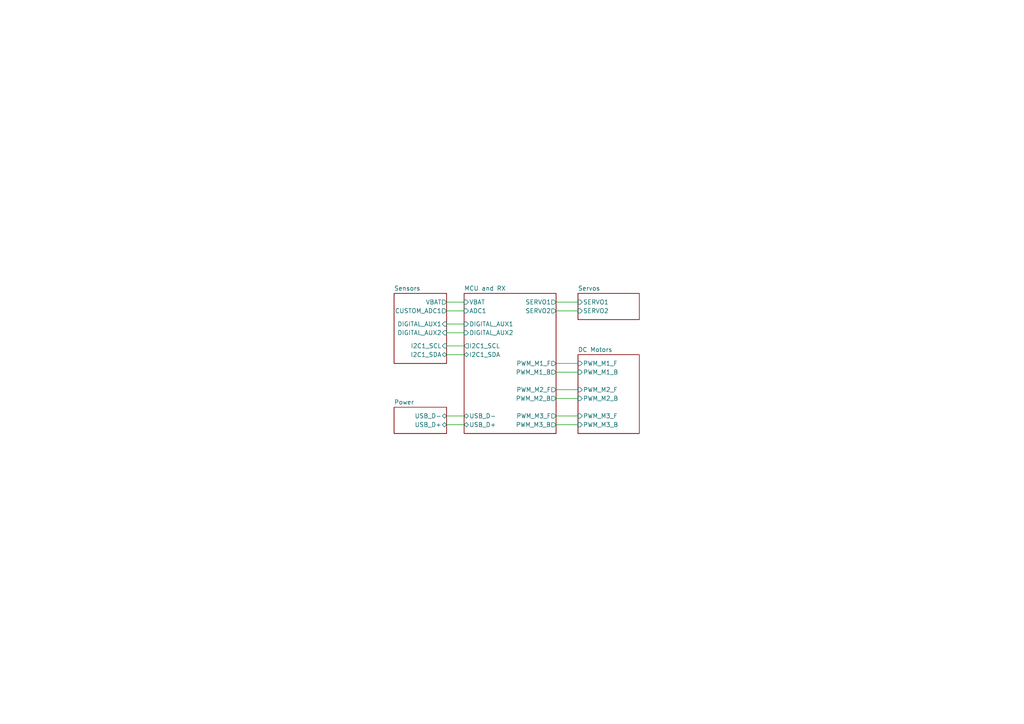
<source format=kicad_sch>
(kicad_sch
	(version 20250114)
	(generator "eeschema")
	(generator_version "9.0")
	(uuid "53484dc5-354c-4967-b00e-d73de62a4245")
	(paper "A4")
	(title_block
		(title "Ant Robot control board")
		(date "2025-09-18")
		(rev "2.0")
		(company "Filippo Castellan")
	)
	(lib_symbols)
	(wire
		(pts
			(xy 161.29 123.19) (xy 167.64 123.19)
		)
		(stroke
			(width 0)
			(type default)
		)
		(uuid "027a1d32-0c58-4aa4-ab92-b13be7f5bf67")
	)
	(wire
		(pts
			(xy 129.54 102.87) (xy 134.62 102.87)
		)
		(stroke
			(width 0)
			(type default)
		)
		(uuid "043cef83-7256-41f4-ac01-55d5944b28de")
	)
	(wire
		(pts
			(xy 161.29 113.03) (xy 167.64 113.03)
		)
		(stroke
			(width 0)
			(type default)
		)
		(uuid "337b2531-952c-43b3-bcdd-a36e8d6f30d4")
	)
	(wire
		(pts
			(xy 129.54 120.65) (xy 134.62 120.65)
		)
		(stroke
			(width 0)
			(type default)
		)
		(uuid "38e75cce-22ce-4b31-a233-f1906789f21f")
	)
	(wire
		(pts
			(xy 161.29 120.65) (xy 167.64 120.65)
		)
		(stroke
			(width 0)
			(type default)
		)
		(uuid "48921761-290c-47ca-9612-bbf42e04ff88")
	)
	(wire
		(pts
			(xy 129.54 123.19) (xy 134.62 123.19)
		)
		(stroke
			(width 0)
			(type default)
		)
		(uuid "4e40b4d8-82c4-4a9b-9e86-5f27806eb2a7")
	)
	(wire
		(pts
			(xy 161.29 115.57) (xy 167.64 115.57)
		)
		(stroke
			(width 0)
			(type default)
		)
		(uuid "53e3847e-2103-461f-96e5-0d652d82095b")
	)
	(wire
		(pts
			(xy 161.29 87.63) (xy 167.64 87.63)
		)
		(stroke
			(width 0)
			(type default)
		)
		(uuid "6cf54ad9-17ee-4150-a462-506f4122cafe")
	)
	(wire
		(pts
			(xy 161.29 107.95) (xy 167.64 107.95)
		)
		(stroke
			(width 0)
			(type default)
		)
		(uuid "7f3956e2-8415-4e64-a586-d41b87f32ee2")
	)
	(wire
		(pts
			(xy 129.54 93.98) (xy 134.62 93.98)
		)
		(stroke
			(width 0)
			(type default)
		)
		(uuid "7f3e0b7b-8014-4349-ac65-6820bfaba02d")
	)
	(wire
		(pts
			(xy 129.54 87.63) (xy 134.62 87.63)
		)
		(stroke
			(width 0)
			(type default)
		)
		(uuid "8b73f198-fcd8-4ca8-9c3d-d8fd72bd789c")
	)
	(wire
		(pts
			(xy 129.54 100.33) (xy 134.62 100.33)
		)
		(stroke
			(width 0)
			(type default)
		)
		(uuid "ba370f1b-b6c2-43f9-9ad0-cc45970d40c1")
	)
	(wire
		(pts
			(xy 129.54 96.52) (xy 134.62 96.52)
		)
		(stroke
			(width 0)
			(type default)
		)
		(uuid "d95b9813-98ee-425c-bedb-8e8c24654ee6")
	)
	(wire
		(pts
			(xy 129.54 90.17) (xy 134.62 90.17)
		)
		(stroke
			(width 0)
			(type default)
		)
		(uuid "da3051cb-6750-4919-9536-a28fff86c055")
	)
	(wire
		(pts
			(xy 161.29 105.41) (xy 167.64 105.41)
		)
		(stroke
			(width 0)
			(type default)
		)
		(uuid "dececf10-4793-4e5f-b35d-15cad39b0379")
	)
	(wire
		(pts
			(xy 161.29 90.17) (xy 167.64 90.17)
		)
		(stroke
			(width 0)
			(type default)
		)
		(uuid "fa8b555a-2b15-465b-a782-d6e490fd6a6f")
	)
	(sheet
		(at 167.64 85.09)
		(size 17.78 7.62)
		(exclude_from_sim no)
		(in_bom yes)
		(on_board yes)
		(dnp no)
		(fields_autoplaced yes)
		(stroke
			(width 0.1524)
			(type solid)
		)
		(fill
			(color 0 0 0 0.0000)
		)
		(uuid "11638847-2904-4dcc-b1cc-a24fa7661082")
		(property "Sheetname" "Servos"
			(at 167.64 84.3784 0)
			(effects
				(font
					(size 1.27 1.27)
				)
				(justify left bottom)
			)
		)
		(property "Sheetfile" "servos.kicad_sch"
			(at 167.64 93.2946 0)
			(effects
				(font
					(size 1.27 1.27)
				)
				(justify left top)
				(hide yes)
			)
		)
		(pin "SERVO2" input
			(at 167.64 90.17 180)
			(uuid "fb22cbdc-9d4e-42a7-bd7a-bb5eaaf790f1")
			(effects
				(font
					(size 1.27 1.27)
				)
				(justify left)
			)
		)
		(pin "SERVO1" input
			(at 167.64 87.63 180)
			(uuid "81f7a662-e456-4ee7-8e4c-119cf9feb3dc")
			(effects
				(font
					(size 1.27 1.27)
				)
				(justify left)
			)
		)
		(instances
			(project "ant control board v2"
				(path "/53484dc5-354c-4967-b00e-d73de62a4245"
					(page "4")
				)
			)
		)
	)
	(sheet
		(at 167.64 102.87)
		(size 17.78 22.86)
		(exclude_from_sim no)
		(in_bom yes)
		(on_board yes)
		(dnp no)
		(fields_autoplaced yes)
		(stroke
			(width 0.1524)
			(type solid)
		)
		(fill
			(color 0 0 0 0.0000)
		)
		(uuid "2083c233-894c-4f0a-95b8-f8c633812d77")
		(property "Sheetname" "DC Motors"
			(at 167.64 102.1584 0)
			(effects
				(font
					(size 1.27 1.27)
				)
				(justify left bottom)
			)
		)
		(property "Sheetfile" "dc_motors.kicad_sch"
			(at 167.64 126.3146 0)
			(effects
				(font
					(size 1.27 1.27)
				)
				(justify left top)
				(hide yes)
			)
		)
		(pin "PWM_M2_B" input
			(at 167.64 115.57 180)
			(uuid "cd5d1087-ab76-4fc7-97cb-c6d23d190ea5")
			(effects
				(font
					(size 1.27 1.27)
				)
				(justify left)
			)
		)
		(pin "PWM_M2_F" input
			(at 167.64 113.03 180)
			(uuid "05713b65-4518-4f79-84d2-24d3b24349ba")
			(effects
				(font
					(size 1.27 1.27)
				)
				(justify left)
			)
		)
		(pin "PWM_M1_F" input
			(at 167.64 105.41 180)
			(uuid "ed3e3cb5-7866-4c69-8513-db9d45d56ceb")
			(effects
				(font
					(size 1.27 1.27)
				)
				(justify left)
			)
		)
		(pin "PWM_M1_B" input
			(at 167.64 107.95 180)
			(uuid "d6ec6daf-36cf-4bbc-afa9-4448c43cba75")
			(effects
				(font
					(size 1.27 1.27)
				)
				(justify left)
			)
		)
		(pin "PWM_M3_F" input
			(at 167.64 120.65 180)
			(uuid "24a76cc3-f8ed-43a0-a24a-cadc0adff57b")
			(effects
				(font
					(size 1.27 1.27)
				)
				(justify left)
			)
		)
		(pin "PWM_M3_B" input
			(at 167.64 123.19 180)
			(uuid "687a338e-9f5d-4885-a490-b1130522cdd4")
			(effects
				(font
					(size 1.27 1.27)
				)
				(justify left)
			)
		)
		(instances
			(project "ant control board v2"
				(path "/53484dc5-354c-4967-b00e-d73de62a4245"
					(page "3")
				)
			)
		)
	)
	(sheet
		(at 114.3 85.09)
		(size 15.24 20.32)
		(exclude_from_sim no)
		(in_bom yes)
		(on_board yes)
		(dnp no)
		(fields_autoplaced yes)
		(stroke
			(width 0.1524)
			(type solid)
		)
		(fill
			(color 0 0 0 0.0000)
		)
		(uuid "49a5e203-968c-4031-9c53-bf1710310062")
		(property "Sheetname" "Sensors"
			(at 114.3 84.3784 0)
			(effects
				(font
					(size 1.27 1.27)
				)
				(justify left bottom)
			)
		)
		(property "Sheetfile" "sensors.kicad_sch"
			(at 114.3 105.9946 0)
			(effects
				(font
					(size 1.27 1.27)
				)
				(justify left top)
				(hide yes)
			)
		)
		(pin "CUSTOM_ADC1" output
			(at 129.54 90.17 0)
			(uuid "416dd683-5175-4de9-90be-ed2728bcb34d")
			(effects
				(font
					(size 1.27 1.27)
				)
				(justify right)
			)
		)
		(pin "VBAT" output
			(at 129.54 87.63 0)
			(uuid "1bf24539-987e-423c-bca5-7325a7c7cdc8")
			(effects
				(font
					(size 1.27 1.27)
				)
				(justify right)
			)
		)
		(pin "I2C1_SCL" input
			(at 129.54 100.33 0)
			(uuid "50905b4b-80ce-4d8b-b909-96f36e0f3a63")
			(effects
				(font
					(size 1.27 1.27)
				)
				(justify right)
			)
		)
		(pin "I2C1_SDA" bidirectional
			(at 129.54 102.87 0)
			(uuid "e97b672a-3ea9-402a-872a-27a2fd081832")
			(effects
				(font
					(size 1.27 1.27)
				)
				(justify right)
			)
		)
		(pin "DIGITAL_AUX1" input
			(at 129.54 93.98 0)
			(uuid "168c5be9-fa0a-450e-b048-a451db0a7759")
			(effects
				(font
					(size 1.27 1.27)
				)
				(justify right)
			)
		)
		(pin "DIGITAL_AUX2" input
			(at 129.54 96.52 0)
			(uuid "9b79aa3b-5c65-4005-941c-46315f668cff")
			(effects
				(font
					(size 1.27 1.27)
				)
				(justify right)
			)
		)
		(instances
			(project "ant control board v2"
				(path "/53484dc5-354c-4967-b00e-d73de62a4245"
					(page "5")
				)
			)
		)
	)
	(sheet
		(at 134.62 85.09)
		(size 26.67 40.64)
		(exclude_from_sim no)
		(in_bom yes)
		(on_board yes)
		(dnp no)
		(fields_autoplaced yes)
		(stroke
			(width 0.1524)
			(type solid)
		)
		(fill
			(color 0 0 0 0.0000)
		)
		(uuid "b731760f-0394-41dd-a03f-79471ee4c2ed")
		(property "Sheetname" "MCU and RX"
			(at 134.62 84.3784 0)
			(effects
				(font
					(size 1.27 1.27)
				)
				(justify left bottom)
			)
		)
		(property "Sheetfile" "MCU_RX.kicad_sch"
			(at 134.62 126.3146 0)
			(effects
				(font
					(size 1.27 1.27)
				)
				(justify left top)
				(hide yes)
			)
		)
		(pin "PWM_M2_F" output
			(at 161.29 113.03 0)
			(uuid "d9b44682-3c24-43e6-9b64-e41f382afd2a")
			(effects
				(font
					(size 1.27 1.27)
				)
				(justify right)
			)
		)
		(pin "PWM_M3_F" output
			(at 161.29 120.65 0)
			(uuid "4537bd64-549c-4fb4-a71a-540d98b9ece6")
			(effects
				(font
					(size 1.27 1.27)
				)
				(justify right)
			)
		)
		(pin "USB_D-" bidirectional
			(at 134.62 120.65 180)
			(uuid "f11e8969-5695-4ee9-a9a7-55fd8a8cc3db")
			(effects
				(font
					(size 1.27 1.27)
				)
				(justify left)
			)
		)
		(pin "USB_D+" bidirectional
			(at 134.62 123.19 180)
			(uuid "a1185a85-b5c7-428d-93cd-43a7fc66872b")
			(effects
				(font
					(size 1.27 1.27)
				)
				(justify left)
			)
		)
		(pin "VBAT" input
			(at 134.62 87.63 180)
			(uuid "922053e9-fea2-4252-9607-c3fffb2000d3")
			(effects
				(font
					(size 1.27 1.27)
				)
				(justify left)
			)
		)
		(pin "ADC1" input
			(at 134.62 90.17 180)
			(uuid "24eaf07d-737a-418e-835c-e3cfb50dfd61")
			(effects
				(font
					(size 1.27 1.27)
				)
				(justify left)
			)
		)
		(pin "PWM_M3_B" output
			(at 161.29 123.19 0)
			(uuid "c42cfd1d-0262-4786-aee4-6426c2be3ae7")
			(effects
				(font
					(size 1.27 1.27)
				)
				(justify right)
			)
		)
		(pin "I2C1_SCL" output
			(at 134.62 100.33 180)
			(uuid "faea3a47-c801-4d75-88f5-7b7385a93e52")
			(effects
				(font
					(size 1.27 1.27)
				)
				(justify left)
			)
		)
		(pin "SERVO2" output
			(at 161.29 90.17 0)
			(uuid "166ddc5e-5252-4830-babc-4251cbb4a2b1")
			(effects
				(font
					(size 1.27 1.27)
				)
				(justify right)
			)
		)
		(pin "PWM_M2_B" output
			(at 161.29 115.57 0)
			(uuid "bb1bd806-7e72-4450-beef-96fece55c09a")
			(effects
				(font
					(size 1.27 1.27)
				)
				(justify right)
			)
		)
		(pin "PWM_M1_B" output
			(at 161.29 107.95 0)
			(uuid "2a0e9b97-6a8e-4285-869a-6856413b621e")
			(effects
				(font
					(size 1.27 1.27)
				)
				(justify right)
			)
		)
		(pin "PWM_M1_F" output
			(at 161.29 105.41 0)
			(uuid "911dc384-a68d-4ed1-a029-e234a2edeecc")
			(effects
				(font
					(size 1.27 1.27)
				)
				(justify right)
			)
		)
		(pin "I2C1_SDA" bidirectional
			(at 134.62 102.87 180)
			(uuid "f8ac5061-99d9-4061-a6b1-59506abaa64b")
			(effects
				(font
					(size 1.27 1.27)
				)
				(justify left)
			)
		)
		(pin "DIGITAL_AUX1" input
			(at 134.62 93.98 180)
			(uuid "96e234f5-d1a4-4903-a5b7-e5431817220a")
			(effects
				(font
					(size 1.27 1.27)
				)
				(justify left)
			)
		)
		(pin "DIGITAL_AUX2" input
			(at 134.62 96.52 180)
			(uuid "930b0d45-6adb-4242-94af-42b4e7e2422c")
			(effects
				(font
					(size 1.27 1.27)
				)
				(justify left)
			)
		)
		(pin "SERVO1" output
			(at 161.29 87.63 0)
			(uuid "a0dbcf54-7caf-42fa-8f86-4b2fd09e1b57")
			(effects
				(font
					(size 1.27 1.27)
				)
				(justify right)
			)
		)
		(instances
			(project "ant control board v2"
				(path "/53484dc5-354c-4967-b00e-d73de62a4245"
					(page "6")
				)
			)
		)
	)
	(sheet
		(at 114.3 118.11)
		(size 15.24 7.62)
		(exclude_from_sim no)
		(in_bom yes)
		(on_board yes)
		(dnp no)
		(fields_autoplaced yes)
		(stroke
			(width 0.1524)
			(type solid)
		)
		(fill
			(color 0 0 0 0.0000)
		)
		(uuid "ea602fc0-9482-45e5-9e9c-8bc15c896ca2")
		(property "Sheetname" "Power"
			(at 114.3 117.3984 0)
			(effects
				(font
					(size 1.27 1.27)
				)
				(justify left bottom)
			)
		)
		(property "Sheetfile" "power.kicad_sch"
			(at 114.3 126.3146 0)
			(effects
				(font
					(size 1.27 1.27)
				)
				(justify left top)
				(hide yes)
			)
		)
		(pin "USB_D+" bidirectional
			(at 129.54 123.19 0)
			(uuid "5fb55f5b-35ce-4f6c-89fd-137419df2341")
			(effects
				(font
					(size 1.27 1.27)
				)
				(justify right)
			)
		)
		(pin "USB_D-" bidirectional
			(at 129.54 120.65 0)
			(uuid "4ed9cd45-44fb-43bb-8807-aa0cf5615025")
			(effects
				(font
					(size 1.27 1.27)
				)
				(justify right)
			)
		)
		(instances
			(project "ant control board v2"
				(path "/53484dc5-354c-4967-b00e-d73de62a4245"
					(page "2")
				)
			)
		)
	)
	(sheet_instances
		(path "/"
			(page "1")
		)
	)
	(embedded_fonts no)
	(embedded_files
		(file
			(name "floppy lab.kicad_wks")
			(type worksheet)
			(data |KLUv/WD/K1XdANoXFmYd0EgC+SjP/1yF/Hn+0wrg4FsFdrhU0BcP0I9IOF94Bk8GTAaCSkGsZ4Fu
				t1XIHZlrS0+4AjsRtMqmTqAtBWpqkoeYiI/zZaLxBINKCOuNQvZsT4ffSpLV62LQNkKCX873VM4q
				Xfo9oN2H2JzU9hhvtPH+tsDPN0jg24QYzlQoS8EP6ibc51hnzwkex7cV08WcGiHBdA8tHvzbZ1sM
				W3QJUVhc1cX6I2Yak55u5YTvMivXF/PGEg8trbrgzsbaOfpX7HDqXX6c2ZvAIPKSFFl/OnVceXMT
				IUhv3xlszyFaTFLq8waRjBrtnf9Qo2rcw4VoT3JZFeHi6EqyRQmCzDtF3DGJx1aXWklw9XQvhpMu
				8MrxdApD437dtjW0xxX4D+V0bUeQQP67RySmkjrQePnzFTQn+cco9Q2LaCigWekD9p3OrndFpbcH
				ahuCMPRdcym7p91VgvnpdRdX0sXvjE7K4ZcpFh2E0bdizMKp8FyVQ92QP0VDr2eAbVw6ohZfNJm8
				KfJKbj2J7zyhi+sRIdZW2HH+r/2ZvXWFPGGXJjNskco9B3+0vH78LePmntISLexfzPg05gjiSTPV
				XUIN31n5utJuZ6/BMQbK1Gq/4WhTWbEPEv1EfOph6cqo6j5/j12KkWJb/f4M6wKWHE+2SFxluFrQ
				1ptF4XFzQJqmUtNMUOCGHJq8cEaZiUi80tk3Jr9Idokjv4HWN5eT4iB6Lt3yxbFHIfEW5DeRdH/k
				VBD4URTim6vOI+AG/NlbaGgfyGd4jIjvlaJVr4B6CpXvjQmwQVqH2gg5G1E2TEqcZNHCPiIpDJpK
				3V3bnJ4+gmPGJy+ocKVTLN3ZrLGtoIFf0iL/hnrjtnYPMnbEoz+E65EuGJj8Rnd1rURfTqbQz4QG
				So2UrDLN3Zsj629CDoN/b7mCvFfdpo+mganbkccsx7yaZGY2PvWg+L7RO8OaK4rzxGTndjr5+QtP
				USES9okY0Ik1gpILuRjThccrNOGd8FS5/vZDjJtwO8N0GCXUYSUemSWyOymzcKHEDW7q80008WTi
				LUKEb/ceQHgCp4E/j7tE21JbwZn3Y5k1FRtyL7QY1+d2YIV/jkF+x2pyDUJrOgUbojLZgPOHLprq
				g0N7tzojp0fIejOUrGsWxge+7MNIDWk0Lrth+6nePMVi0SKDLtfQxOL06CafZrEm5sujp/xQLAR8
				a8ihxZaYK4+QvPcdnrihTEputb9hV0r2hT1ZjYMA0xoww+avGSwo04qZayN2pfblDHfUeO+kbKJI
				KECF4qS+TOftNYxmHPwGO6TEpolmZrCSHj+fDbXjg5S0dCUswpd/trRw+fXeknhEMjHts3H3rCoc
				5YMw71F4LCucpFvns3H7K6ubRNe3vkS+sbM9ezJU17+6wkM04IiRb6EdyPgydSJxoRDdm621sn+t
				39RA/ojmpC7YVdsVEY6jgJvqbKRhFQhEgWSw5OGr0gX49AYvDcPmHsicvDn0tvx0S3bE7YYCIuwv
				yKF2zhZTsJAwhBPl630d4hUcamqFP+XQEJPkqW0c6sBsaf90DMSgd5824xoF2jhA56bk9YSNXcSD
				sh8cJNdDownmwo1RLuY7hU4HepTqSPaeogJowXm0bAdoFfOTSgzDsLmUS4VgF3VgPwAxkCOZnX8H
				AKB/BAKnALm54xQUwW8BRXReNgqQ3i1VCGMFqoTHLDhoQS8T0KxkEXynOaE7wAEzN9MjMQoEiANq
				bKJ4gwDT1Kacu6ehGEnjz2Yt0w9hHGAQMA4yE2yY9vjnATU1sWX6BNs3GEwewxwIIJggG1xU5Eao
				G5u5e2BBgCgG10d9ce5+RmEUqXsgV9XWI2BogICUGuBAbso3vR641drcusEm2NTf9dKYPg8gBhUO
				ul3tGGaAA1aBAHKgIYpMo7xuEC4ACR7KYqCABIHkAFEUDQLKgYVpYPAJoAUGoOdRDBRwIAE1N6H7
				vv1bzWcVPeCvbo7rb2IcKAS+kRwgzvMkisMAAPKZXosDiXEAp+sBigEO5L2an3lCHIlxgEj8/kZn
				NzfVWr1vdb5pNI8PEAeIAWCUjs8Dapy7+QG1zQ+ks07f5oEBDuSzKss0ahwwDqSzihwHiKI4kN9m
				jg8wwAFVNuccVW+ZznP6rOm8Zd2bKA7MLnub8gL5qsYHJAUCxIE2T11end34gASB4oD6u3jeq7kB
				ANR6ruIEAswACwzgpuoCcT3AgZvOzVudVfYApiiKwyCMAzPt4re6GwBAAALgML9AaqIubEDljEZD
				xyHeo9jffiWdNa6vRvx6X5XwzC4V/hEd6q9SNbwgY+OS6zhGbZ5CYqoreu48V0VTZZ56QvoJBT87
				SwskOpNJryv3867rKKDfJBju6HjZ2gx7Zs53403csWihO697Qf8V9BKvaaPh28w1tBsKyekMZonk
				OgFOy7556/lFQ902C07+zUKn0N3Q7XFO9+N2xBwMvetosY+v3AMxxZo4hBTRlDDkHeaCFMxY+0uM
				1nBCSpoi+NfbM97/38L5jqB4QUx8tL+Td7KMcoyIIFBEBPWv1e3+Ljm0AycevOW2vUD7aLd1uHz0
				OFXcIX/W64s/FCrDiRuhkl6LEmr9Zd9DGe//IlpxN9GVUImIkAG/fKdKw/Wj08RuApbDgQ8FQ7w6
				rgANuOG1rz6RJw1puk7wcyFl4Tx7bLOBoT11Snqb1S8uWyjZRz89gJr/OvoCwXxdGJi02WlqiZwW
				SZuDRRQn4+rsJRwKM8PnmKrk29l3nsRFDytp5+Xr4NN/4mb5sggXxM9ZdomJ3jZLWkX5c7AiR8Bo
				Li4CRV+vDaF1k1h5We/KZPbN2V23akQmE26P06lp8nBNoYDR92S7RamKWL/wASbbwlw0YPyN+5Pd
				ceKDeLhsDfOMRg5tj0erR0hGZo0xfDy5t7k/s781cgipnHadZOJCSt1ZKZwkbpwaopb4UdcrWjwr
				Ay5+fC9KBplKZqfROD5QNPXFBRc6J2n0KPJ8a8GYl5BemrnBnLmWKCbU5Z2IIWnFJ4/AT5wVXNjv
				ts2VLGLMl6MG7c/hrAR4c5T7dpK8hENH/6BtFICrDh9ItBFU83d9jbLMGiIp4kZCkhqzPepVi8i/
				2nMFNjZg1GsjgzCmG1qIPNGCtdfuo/1fU6AboDJQSzK1nN7PN2oQ/fqbrhiZjuW2kS0ZRzrZmb3k
				3R6Oi+7dFANMPOrBhf61mXjd67XIOBzu3a0D/Q41SLD9aLpc1pZ91kV95tyd6bWQVmKtvI9eZtHb
				T4sGTZYazJjFCnFbOOQQZrf9agWmljCqf8iWHEaBHIS2SxZFzF/g5L31G+mV2YKognFGCCXBB6wg
				J9aqi8KvFiylPjLoPwjQN9MlDQpHDfFOhOLVwqoN5y3RDsX7ni1rBXQFin1HKdvSVgeyUgy6b/d7
				RVuzPgz5l34fJ5heQnmwaTc6bIMacj8gJmxZsZaMf1d7jjb4mJwGlaXU9/7g223QkYlbaekWr1H1
				ZthGUVFOzya6kP78Yf8AjcJDKmxUUTxK3gRN5CB1pyXTqeOy3Kn2n+/f090ckkWoXo4DVxoLr9Il
				BIE6pbtGZkL0sC7fEWtx29vtc6Swnb7Hb+kI1xSaU/AFMxPen4vruyZilkAffX/mSNEugeX9RlOz
				bjq00l1VGbrpFNLYf5mk7JtGdaciCslei3AP3r9KbvANQj732Y0aOdGQrpAa38RvR/GqosUumJ7f
				eFMsd7AVVD/e5z8LUCNvRmcVoeKfhVNGMuwzupQPIPnRla+xT6kxP7VfEpx7/6vToSKss0PHSLhg
				M+tADQKG4KO+2vzHsH/WxT8cpO/2/RWhC1SaHH/YGoX7MisjkOMRw3lXGtWXhncXj5fBjiZKyYzm
				n08Qhw9F7YX0kCF6uY7xJdIk7e6+VIXMs49gKYcqqIC+NxoNeY9nTxWtJv/jqMLyOK4vPV6qjg2y
				AfXcq4qLXu7+R6GTR2/lJvXCxRsu/tk7ZaKr22OJkYkNcDr248NeltqAB262+axpu5o87qPuV8lc
				7Uh7i/RANL9xhfbx7sRlRECqUhWsBvVmNdtZhqAO6tjwxcK5DFdJnNJ57OVkoKDSmlsvV+TxkofF
				Kf/8Mxyq1nnpQZTn+Q5FTNlw3tP8hBxjouD2MfWD1zEvxe/oPsjoaygaCnlboJeksM8LtcmTpd4f
				YvMTyaXQ7wiGmLaXsCZdA/ZmSoRQEVbbruHdD6Um+k965Y933SqeQC3NnpanH3WHRK6ilHxrQlYv
				yM3vpr0G4tT6b9vq1Hjv369rfdC2RH45zHfCOPJSN7LbmyDE+fi+kqHtastno7VRt8DF469CCPUF
				Ij2cd008Uv7vtvLs165KokX7n+YP7N2g8S7kkRU8Lw1THgz76LK3wskMEy3sNgFPTb43wdNND9QH
				J0pF6uCdFeitTXL/l0IP4goNMglHqVtnb0TNE07A2IUyeXSlNf9jqZK2KSTy9xO+fAzmZOM7rr/m
				l3A/ykX5j8n+tZblxyYKwu6NF+JDIgtmzXsk5ZqM7IyLypXL4vYg3QiUcoWxTk5dN7hj4Yz/YE00
				YhO4n2bmIH0XFNi7Ixb9SalxjK39KYkTe85NH/DFjvbTW00qZlXw4Nh7J/D08ftv8E6pF39eXrj0
				thqZPhqyma2L056vsCbjU0TTbJdGky2Rl4KpLH8o1ZAwBdOTv+tfK7HjBck6Q5UMxCbgpDG327v7
				uokg3ojRfpqYxKb+vFk+vtopT4z9D1wzUzerynjKZLxDRGZMThwbkWWkXojQfgfp0SJNcZkfq75c
				imtMmlNywjK7mQ/3TMaIvYaH8lJRnfNSa/8aAq08VBPpnPJDhmbNWJjTkY9WAdVXWgc+U0bOSOKp
				2umveKkkau+3680v/iBg/ZD5EH/k1m9rzbfpZ6MNorU21kv7o4Pmw99oOnJc63akwnK9oyAThSVa
				71i9kgJMaXihdUGPr6pDVIyGqjOYLTOFbn4sNG5xWrSXj9TyIxJxbPEwkGXWOIgPfkxisZrjV51N
				gBP9IhpjgvaRDBbjULlat3JRNTMd0Y7POtGlz9TSyxrDO4mP8ENqRuocnOAsBc2mKehW18keRvv1
				7rP7umVYflf9bnj1PTeVqEbTfohs3qa9VhO8z6etsuOzNgmZjOMpR0m/VBUBKLrfWDkHruW+Wzb3
				fTn54LFfPaO9AQ+7HDN6EbF4aY4IeKqjIxtzNX6CezQUjxRBQuxQU8xPwXOQOhHUFiP68JrvOJqR
				d9nlH6wVRDXdDQqlDDWEel+jlQmLBE4Hf18ZrGELHb+GZdr0q1F2Jq2OZdumrRGGpHb3amyr0UKT
				7r030oudTycQ/5XHlIctR2fqPp6y3GetAx5ctaE2vmgGbepa+ppTG1gMmuUqYivoauRBXLM1qUn8
				9Zvj1jvcUlloNp6xPN0uixTbmidNoxt/xFBf2WsPaQ6hidjrDbs5+H5GgwQplp7e7Izm41C7zpJu
				U1J4F9hYoB6tOyrDtLSc1ZsJf6ikIXyQyb6HXrr+i1XqmrLkq3LH4FEZuRrfOBv7bZf3+XewS6+M
				jWAnO8UcwWqMFDHn9zMhz4EzasTqcbpnEbvHrofNyrg/r2dRttkZbYu6QH4SLuyVU3nuyutQkKi5
				RNuh3tdjOd9gnUIqDwpStCvtk/vWFXoh3OkTn5fcjde9hNJcS/dDr1sVf5Mnki7DfxjNZHBS4KYN
				lbXXER2+vrYiuvF7G40v9jz8r3PplbV/JbNe3VCzGDdXP9Rxm8RouSfEGsnm7MQTXgVGaHEE3XQG
				XmqewJhvJKohAyMqqNBlHY29gkIzJfprIy35u34H8ZzZOdIz09watHeq7haOzv8mCa9WY7+ECv6j
				2EDKzaLABwU+KsU4QsMVGfdEa9Pd7Wkfnj9hjRWZad+u0z1Xck0tIVp096tahD1BDcyFToL+HCXo
				HwuNNtdZVY2ZGvvRwSauyzef7qdK8LjljX9IqKN6IoYKYWP1h4l9zBlKSdH9JZXQpfTJ9nEJa/FM
				R72lMaXuZ6FAe47WhHkf+rZLNruhPpzo7Hk2dktD5TKUDnLxFCIGl2h1GHduAte9VrCNZtdF3PnS
				ths+w77xUT7CpZp7RqqcNVFwxmvI0Tbw6utlyu5ZzVgVg9IrRojs1hfZziy3hYoWX2bVN3PV8rwV
				5dHEEI5wSmBsfsVBvqh8Q+U+HI+aGF/QWOL4yHQXVjmr6MJxDEkh1Gk3qg7bSibejGEED0lVsxSH
				Xq9+oLc79ZqrBuUrh9ncwSorh18/MiEEQ4/YFcuHksZrJPmDQ576VQ27fs/xJtVZVx3V0CPHdUVA
				WRxxdBal9jhU/Nxl6oZ1Ue0zNuo6kN5+W4ieg5d3wzbM24GiwViH4TqZhVSrzdPUi+56d74K3myM
				Kb+x8d0K3GG/eKG7rNndfv3HmULeX85ncBLRjKAawl5dl95I7FCs60KNhbLeCalEprVpG75gNwVe
				/qphh7kFw4iavkJXEI6dp20Q0RbFhTmUxdTO8ixKSze5BT50QIzGDByOlyNz6syD0HtlcB6ve6i/
				3EaRAh1vbk7m95Ghg+RX3V3o0gzzOpe/krrFgEv3HgEIcIACFEU+idVpIegJULJsXwuebBVbkX2/
				veScVOHlQbQ5TXlaQh0aFZzcKJGEeOGSCQPR2RFezLdvStJ8R1nyUdXVweMzNRW2Ly394dlif7hk
				VNyhHxR0Oe2T+6WXWNPPM/kaMGYaL7+B+ukQXejsxrYqD/gvRNqYWAL3u7BA3M5+vJwx3lw6FHQ8
				Vm6kLu8u/6Elfm5WVouQItiqZKU8pMPgRwlxIRgammT4d8yrkOjKhZA6LPFj6MeQ+MgouuP9zZ+s
				fnaPxku6PWN+2gss4LnnPEN9Mmkq5bzayBSEWBVx4TVlVb+IwvI48Z3LNu2SlzdjfCX9IVbInf3M
				NG4CMgWCysjE7KuzqxQjMAPB1j12qVIVRqMUgp66qmLFN7a2Gd937xvQOEtcP3eyVusCGaJKxcLf
				c6D9viXymPoVvLt1QFZhEqVpVl3XmslDwbp7IYHN4MW/rQx+HI/4oeXlIDlELUhClPt9t6PAzlp9
				v1PAnfOEbrii9RKT3kpThUXqS4XvLKbIWZZa/NHjguIHRDGFm4fTum8NwvQ/CZk2rDvdQyMVjGh/
				2Wszghz8GLK51jtWgA+dQR8Tz1W6lQNZ2ZTPadXaF80zt2ULQ9yz1meMjF6/GKydfl2sZY8i+F+s
				AhWvxLVqLoDwcbLlcn6x544Da84ne/4NSEyCP1lcxMN34z6WAFk9YRlOYYFXGNf4Nv8NFazgmb1X
				sk4k5kgMpqHwf4j/Gx+o2huEq1O2DCR33quSXzMnuxAU94uyWMJfneIKxZvXc9DHMPzWnoFNlLha
				MW9Kf+wMFMjZrSziLzrXiTKuPKSChSYU4CFLFs54LpWOVoJ7/uE5PumtuRKYR3QtKQ8tXG4QM1C0
				bmWpTf67jv5b/RsCZQXbgfirNChv8cy1JrFKsi50IOoCCacExJ3kVKiT59I1GFepDnEHartjvPgy
				tFw/9u2UnCYg+iGpGiX+mCfIqZJiB6a0XkJDLT5rzDyJugPWM+1Rilzm3PKmIwLRFvx62JDrjwYD
				T7PV84udYOiSyWmfeUpuu1dlTmCQFvMItTGiiX/EUI9H1dF5lHHJIVeHdpAGQw67Zk+4ptcYjxDa
				rYE+GC6zRc612cD1IJ5lmL5wk/FrQfhD2OfzQ4Xcngs7p0ZAv1Zv6gKhVsNhvE94IcDewKhtRSvT
				XnQQvestEtiKrAmrLa/6PgcoiTCXc7juk4dhKUihVjM5tUdLCj1g9PAGkqCZoPqqzpsUIuRUW1Mw
				T5E8bLWTfNoeOxbaQA41YJKBf/66jpK2IBa7m497jN1un+ERUKWrCvGXOK4pE8yZr0HJtdaI926i
				ONpJ2TxG5XfFN5vgFR4VGVbnTLIHLNxaFDDzFSKDmyfJe9Xg9fmVRj9vd+RppSeFVoTMPegfNoIF
				CzrwopQgFSastcjRgA5kVdY+qUg8f3C+c3umzwmJpXtStJBiW3nkVpeKLF6vEDtFtBfE7ustZPwd
				Q424I7flMguh7ESDORILuL/uGdJPuxH/jk6LHPYdKU1HKEWhzUvHHjx+rKOhTzjm28uJ5VRN5Aa2
				v4B2Nx0JiZ8TIhQdrnl/R6Q0kjJSN2m+rR10bEvzND4iGE4gn6IqmEs7yrO7fb27H+1AZ57LjzKh
				EBi8zV1csSIDnhE0dM4lGa5MvZ3cu58xg/fzfIGHHHbHSexi2O88LnBuVfYtISjgpbKLOUjjLhye
				EewtOL7HP17bmyPV4+Z7iu08T0DuuioyHrv430e9yJZ9Soh7X0UjYr9+U5joTGhGebCLszhRbM0S
				es9sin3tdIPugkzr7PCs/EhNmcDUcWkoJDucDL4lpmR/6L2gfi43wYX64dKRR3u1xABUDyTDFba/
				VjwZ6R9B4N8TeLSiap8HJrztZaXEKPY7i6dkexu9rrvKWzY/MQOTPDhOroiKuTKwDxP24jWRzMBM
				azf1esjPfWUcSl7wEgTPx3sxGsWpJ9jUvFjkh/DajbWZM0UE2PDRRoeRfwtONxHq0LhhL4x4Ml9q
				JD40uZLldvf5HlGjmw/hPeftUqjMIVdbLuzjQyrQ0kJf0bmN/jko7REO9HYjm6V0yfgFSPiU2IDG
				qh+zXuQUSIX0aBhq2MwqjFEb7BDSBNkeDb950zj/qeSgUvPVEb6WutTtiGmYqawgYoEBqIEgRJAh
				ihBCCCGEEAlEROYD0ZUxDGHVNAayaBgJiwwRGKKMQQQhwcgEIiMiQQoLk0oHV6ME+B3EEokM1Jie
				gZ5RkCs7UxhjFHNMwAiGQKZFRoIhjDGAGUxgBAMMYAYTzGCGCcxgghnMMIEZTDCDGSYwgznQKR0X
				MZ6pngrZGS3AOVOYJaY/EgvDGc9oxhnjNQ1pExMYxyCGGMIEZpjABFOYwAwTmGAKE5gLEdttiXHM
				xRCjGGECM5hgBjPMAUGNV0OGMzPDjOPFmc105pnP9LiSyzxzmWPuegSk4YxgGmMraTRXSeYzmmFm
				M5UX8BYY8gSp/CH1I78Xoybdd/+8RgoxW5bQwh5sae0JlbfiAACI711xcsN5vHLTny2ivo+Ac2MS
				JkLuU0EiG5g7ImbyREQ0DkHQHBu0fzpP2/9U0C7HsWkzTdV6/szThOTsF0FuyQHenAX/OIM+vhV7
				fJOQs8HiSsCw3yGEZIYr7dZTXSgfLlLFoW9+Oh0T2ChaXKG1uYWcJnLtfryGv/LjfODxJ/kJJ21w
				yzyeGax0PRePsQyq5X/QglKYkIfKlotmIqFM4ihuBIi4HVp9x2lxbwSG99pbEYF5JQH0lBliSwP0
				+0bJLMW6PNBqIcCH1LNM6d7Uw3tzk6Hv0Gldz/IWywGEqdgEjwfspISBdPMyLkiHgGzdGZ5Fmfh6
				2mIJaLYkLneQlgbyhTG3YuMi2sCMTxEP|
			)
			(checksum "FE21A65EF149580357DB86B649A6074A")
		)
	)
)

</source>
